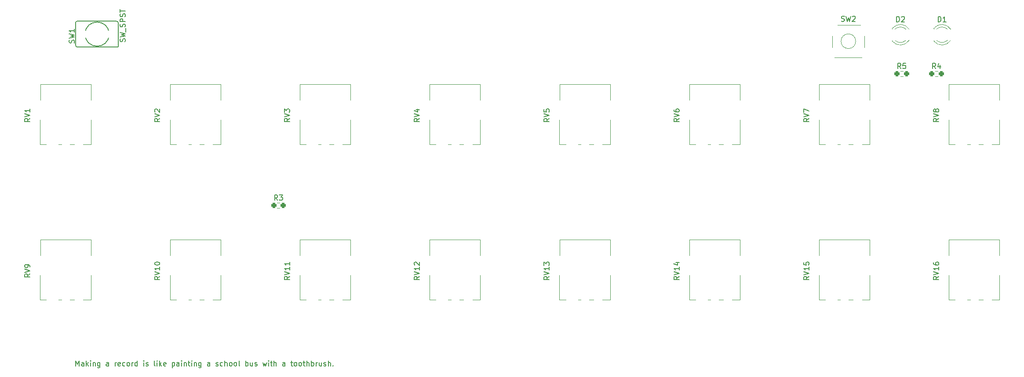
<source format=gto>
G04 #@! TF.GenerationSoftware,KiCad,Pcbnew,7.0.10*
G04 #@! TF.CreationDate,2024-02-18T18:56:30+02:00*
G04 #@! TF.ProjectId,Untitled,556e7469-746c-4656-942e-6b696361645f,rev?*
G04 #@! TF.SameCoordinates,Original*
G04 #@! TF.FileFunction,Legend,Top*
G04 #@! TF.FilePolarity,Positive*
%FSLAX46Y46*%
G04 Gerber Fmt 4.6, Leading zero omitted, Abs format (unit mm)*
G04 Created by KiCad (PCBNEW 7.0.10) date 2024-02-18 18:56:30*
%MOMM*%
%LPD*%
G01*
G04 APERTURE LIST*
G04 Aperture macros list*
%AMRoundRect*
0 Rectangle with rounded corners*
0 $1 Rounding radius*
0 $2 $3 $4 $5 $6 $7 $8 $9 X,Y pos of 4 corners*
0 Add a 4 corners polygon primitive as box body*
4,1,4,$2,$3,$4,$5,$6,$7,$8,$9,$2,$3,0*
0 Add four circle primitives for the rounded corners*
1,1,$1+$1,$2,$3*
1,1,$1+$1,$4,$5*
1,1,$1+$1,$6,$7*
1,1,$1+$1,$8,$9*
0 Add four rect primitives between the rounded corners*
20,1,$1+$1,$2,$3,$4,$5,0*
20,1,$1+$1,$4,$5,$6,$7,0*
20,1,$1+$1,$6,$7,$8,$9,0*
20,1,$1+$1,$8,$9,$2,$3,0*%
G04 Aperture macros list end*
%ADD10C,0.150000*%
%ADD11C,0.120000*%
%ADD12C,0.127000*%
%ADD13O,1.200000X2.200000*%
%ADD14O,2.200000X1.200000*%
%ADD15C,1.200000*%
%ADD16C,1.700000*%
%ADD17R,1.700000X1.700000*%
%ADD18C,1.651000*%
%ADD19C,3.240000*%
%ADD20R,1.800000X1.800000*%
%ADD21C,1.800000*%
%ADD22RoundRect,0.237500X-0.250000X-0.237500X0.250000X-0.237500X0.250000X0.237500X-0.250000X0.237500X0*%
%ADD23O,1.700000X1.700000*%
%ADD24R,1.600000X1.600000*%
%ADD25C,1.600000*%
G04 APERTURE END LIST*
D10*
X64471779Y-119884819D02*
X64471779Y-118884819D01*
X64471779Y-118884819D02*
X64805112Y-119599104D01*
X64805112Y-119599104D02*
X65138445Y-118884819D01*
X65138445Y-118884819D02*
X65138445Y-119884819D01*
X66043207Y-119884819D02*
X66043207Y-119361009D01*
X66043207Y-119361009D02*
X65995588Y-119265771D01*
X65995588Y-119265771D02*
X65900350Y-119218152D01*
X65900350Y-119218152D02*
X65709874Y-119218152D01*
X65709874Y-119218152D02*
X65614636Y-119265771D01*
X66043207Y-119837200D02*
X65947969Y-119884819D01*
X65947969Y-119884819D02*
X65709874Y-119884819D01*
X65709874Y-119884819D02*
X65614636Y-119837200D01*
X65614636Y-119837200D02*
X65567017Y-119741961D01*
X65567017Y-119741961D02*
X65567017Y-119646723D01*
X65567017Y-119646723D02*
X65614636Y-119551485D01*
X65614636Y-119551485D02*
X65709874Y-119503866D01*
X65709874Y-119503866D02*
X65947969Y-119503866D01*
X65947969Y-119503866D02*
X66043207Y-119456247D01*
X66519398Y-119884819D02*
X66519398Y-118884819D01*
X66614636Y-119503866D02*
X66900350Y-119884819D01*
X66900350Y-119218152D02*
X66519398Y-119599104D01*
X67328922Y-119884819D02*
X67328922Y-119218152D01*
X67328922Y-118884819D02*
X67281303Y-118932438D01*
X67281303Y-118932438D02*
X67328922Y-118980057D01*
X67328922Y-118980057D02*
X67376541Y-118932438D01*
X67376541Y-118932438D02*
X67328922Y-118884819D01*
X67328922Y-118884819D02*
X67328922Y-118980057D01*
X67805112Y-119218152D02*
X67805112Y-119884819D01*
X67805112Y-119313390D02*
X67852731Y-119265771D01*
X67852731Y-119265771D02*
X67947969Y-119218152D01*
X67947969Y-119218152D02*
X68090826Y-119218152D01*
X68090826Y-119218152D02*
X68186064Y-119265771D01*
X68186064Y-119265771D02*
X68233683Y-119361009D01*
X68233683Y-119361009D02*
X68233683Y-119884819D01*
X69138445Y-119218152D02*
X69138445Y-120027676D01*
X69138445Y-120027676D02*
X69090826Y-120122914D01*
X69090826Y-120122914D02*
X69043207Y-120170533D01*
X69043207Y-120170533D02*
X68947969Y-120218152D01*
X68947969Y-120218152D02*
X68805112Y-120218152D01*
X68805112Y-120218152D02*
X68709874Y-120170533D01*
X69138445Y-119837200D02*
X69043207Y-119884819D01*
X69043207Y-119884819D02*
X68852731Y-119884819D01*
X68852731Y-119884819D02*
X68757493Y-119837200D01*
X68757493Y-119837200D02*
X68709874Y-119789580D01*
X68709874Y-119789580D02*
X68662255Y-119694342D01*
X68662255Y-119694342D02*
X68662255Y-119408628D01*
X68662255Y-119408628D02*
X68709874Y-119313390D01*
X68709874Y-119313390D02*
X68757493Y-119265771D01*
X68757493Y-119265771D02*
X68852731Y-119218152D01*
X68852731Y-119218152D02*
X69043207Y-119218152D01*
X69043207Y-119218152D02*
X69138445Y-119265771D01*
X70805112Y-119884819D02*
X70805112Y-119361009D01*
X70805112Y-119361009D02*
X70757493Y-119265771D01*
X70757493Y-119265771D02*
X70662255Y-119218152D01*
X70662255Y-119218152D02*
X70471779Y-119218152D01*
X70471779Y-119218152D02*
X70376541Y-119265771D01*
X70805112Y-119837200D02*
X70709874Y-119884819D01*
X70709874Y-119884819D02*
X70471779Y-119884819D01*
X70471779Y-119884819D02*
X70376541Y-119837200D01*
X70376541Y-119837200D02*
X70328922Y-119741961D01*
X70328922Y-119741961D02*
X70328922Y-119646723D01*
X70328922Y-119646723D02*
X70376541Y-119551485D01*
X70376541Y-119551485D02*
X70471779Y-119503866D01*
X70471779Y-119503866D02*
X70709874Y-119503866D01*
X70709874Y-119503866D02*
X70805112Y-119456247D01*
X72043208Y-119884819D02*
X72043208Y-119218152D01*
X72043208Y-119408628D02*
X72090827Y-119313390D01*
X72090827Y-119313390D02*
X72138446Y-119265771D01*
X72138446Y-119265771D02*
X72233684Y-119218152D01*
X72233684Y-119218152D02*
X72328922Y-119218152D01*
X73043208Y-119837200D02*
X72947970Y-119884819D01*
X72947970Y-119884819D02*
X72757494Y-119884819D01*
X72757494Y-119884819D02*
X72662256Y-119837200D01*
X72662256Y-119837200D02*
X72614637Y-119741961D01*
X72614637Y-119741961D02*
X72614637Y-119361009D01*
X72614637Y-119361009D02*
X72662256Y-119265771D01*
X72662256Y-119265771D02*
X72757494Y-119218152D01*
X72757494Y-119218152D02*
X72947970Y-119218152D01*
X72947970Y-119218152D02*
X73043208Y-119265771D01*
X73043208Y-119265771D02*
X73090827Y-119361009D01*
X73090827Y-119361009D02*
X73090827Y-119456247D01*
X73090827Y-119456247D02*
X72614637Y-119551485D01*
X73947970Y-119837200D02*
X73852732Y-119884819D01*
X73852732Y-119884819D02*
X73662256Y-119884819D01*
X73662256Y-119884819D02*
X73567018Y-119837200D01*
X73567018Y-119837200D02*
X73519399Y-119789580D01*
X73519399Y-119789580D02*
X73471780Y-119694342D01*
X73471780Y-119694342D02*
X73471780Y-119408628D01*
X73471780Y-119408628D02*
X73519399Y-119313390D01*
X73519399Y-119313390D02*
X73567018Y-119265771D01*
X73567018Y-119265771D02*
X73662256Y-119218152D01*
X73662256Y-119218152D02*
X73852732Y-119218152D01*
X73852732Y-119218152D02*
X73947970Y-119265771D01*
X74519399Y-119884819D02*
X74424161Y-119837200D01*
X74424161Y-119837200D02*
X74376542Y-119789580D01*
X74376542Y-119789580D02*
X74328923Y-119694342D01*
X74328923Y-119694342D02*
X74328923Y-119408628D01*
X74328923Y-119408628D02*
X74376542Y-119313390D01*
X74376542Y-119313390D02*
X74424161Y-119265771D01*
X74424161Y-119265771D02*
X74519399Y-119218152D01*
X74519399Y-119218152D02*
X74662256Y-119218152D01*
X74662256Y-119218152D02*
X74757494Y-119265771D01*
X74757494Y-119265771D02*
X74805113Y-119313390D01*
X74805113Y-119313390D02*
X74852732Y-119408628D01*
X74852732Y-119408628D02*
X74852732Y-119694342D01*
X74852732Y-119694342D02*
X74805113Y-119789580D01*
X74805113Y-119789580D02*
X74757494Y-119837200D01*
X74757494Y-119837200D02*
X74662256Y-119884819D01*
X74662256Y-119884819D02*
X74519399Y-119884819D01*
X75281304Y-119884819D02*
X75281304Y-119218152D01*
X75281304Y-119408628D02*
X75328923Y-119313390D01*
X75328923Y-119313390D02*
X75376542Y-119265771D01*
X75376542Y-119265771D02*
X75471780Y-119218152D01*
X75471780Y-119218152D02*
X75567018Y-119218152D01*
X76328923Y-119884819D02*
X76328923Y-118884819D01*
X76328923Y-119837200D02*
X76233685Y-119884819D01*
X76233685Y-119884819D02*
X76043209Y-119884819D01*
X76043209Y-119884819D02*
X75947971Y-119837200D01*
X75947971Y-119837200D02*
X75900352Y-119789580D01*
X75900352Y-119789580D02*
X75852733Y-119694342D01*
X75852733Y-119694342D02*
X75852733Y-119408628D01*
X75852733Y-119408628D02*
X75900352Y-119313390D01*
X75900352Y-119313390D02*
X75947971Y-119265771D01*
X75947971Y-119265771D02*
X76043209Y-119218152D01*
X76043209Y-119218152D02*
X76233685Y-119218152D01*
X76233685Y-119218152D02*
X76328923Y-119265771D01*
X77567019Y-119884819D02*
X77567019Y-119218152D01*
X77567019Y-118884819D02*
X77519400Y-118932438D01*
X77519400Y-118932438D02*
X77567019Y-118980057D01*
X77567019Y-118980057D02*
X77614638Y-118932438D01*
X77614638Y-118932438D02*
X77567019Y-118884819D01*
X77567019Y-118884819D02*
X77567019Y-118980057D01*
X77995590Y-119837200D02*
X78090828Y-119884819D01*
X78090828Y-119884819D02*
X78281304Y-119884819D01*
X78281304Y-119884819D02*
X78376542Y-119837200D01*
X78376542Y-119837200D02*
X78424161Y-119741961D01*
X78424161Y-119741961D02*
X78424161Y-119694342D01*
X78424161Y-119694342D02*
X78376542Y-119599104D01*
X78376542Y-119599104D02*
X78281304Y-119551485D01*
X78281304Y-119551485D02*
X78138447Y-119551485D01*
X78138447Y-119551485D02*
X78043209Y-119503866D01*
X78043209Y-119503866D02*
X77995590Y-119408628D01*
X77995590Y-119408628D02*
X77995590Y-119361009D01*
X77995590Y-119361009D02*
X78043209Y-119265771D01*
X78043209Y-119265771D02*
X78138447Y-119218152D01*
X78138447Y-119218152D02*
X78281304Y-119218152D01*
X78281304Y-119218152D02*
X78376542Y-119265771D01*
X79757495Y-119884819D02*
X79662257Y-119837200D01*
X79662257Y-119837200D02*
X79614638Y-119741961D01*
X79614638Y-119741961D02*
X79614638Y-118884819D01*
X80138448Y-119884819D02*
X80138448Y-119218152D01*
X80138448Y-118884819D02*
X80090829Y-118932438D01*
X80090829Y-118932438D02*
X80138448Y-118980057D01*
X80138448Y-118980057D02*
X80186067Y-118932438D01*
X80186067Y-118932438D02*
X80138448Y-118884819D01*
X80138448Y-118884819D02*
X80138448Y-118980057D01*
X80614638Y-119884819D02*
X80614638Y-118884819D01*
X80709876Y-119503866D02*
X80995590Y-119884819D01*
X80995590Y-119218152D02*
X80614638Y-119599104D01*
X81805114Y-119837200D02*
X81709876Y-119884819D01*
X81709876Y-119884819D02*
X81519400Y-119884819D01*
X81519400Y-119884819D02*
X81424162Y-119837200D01*
X81424162Y-119837200D02*
X81376543Y-119741961D01*
X81376543Y-119741961D02*
X81376543Y-119361009D01*
X81376543Y-119361009D02*
X81424162Y-119265771D01*
X81424162Y-119265771D02*
X81519400Y-119218152D01*
X81519400Y-119218152D02*
X81709876Y-119218152D01*
X81709876Y-119218152D02*
X81805114Y-119265771D01*
X81805114Y-119265771D02*
X81852733Y-119361009D01*
X81852733Y-119361009D02*
X81852733Y-119456247D01*
X81852733Y-119456247D02*
X81376543Y-119551485D01*
X83043210Y-119218152D02*
X83043210Y-120218152D01*
X83043210Y-119265771D02*
X83138448Y-119218152D01*
X83138448Y-119218152D02*
X83328924Y-119218152D01*
X83328924Y-119218152D02*
X83424162Y-119265771D01*
X83424162Y-119265771D02*
X83471781Y-119313390D01*
X83471781Y-119313390D02*
X83519400Y-119408628D01*
X83519400Y-119408628D02*
X83519400Y-119694342D01*
X83519400Y-119694342D02*
X83471781Y-119789580D01*
X83471781Y-119789580D02*
X83424162Y-119837200D01*
X83424162Y-119837200D02*
X83328924Y-119884819D01*
X83328924Y-119884819D02*
X83138448Y-119884819D01*
X83138448Y-119884819D02*
X83043210Y-119837200D01*
X84376543Y-119884819D02*
X84376543Y-119361009D01*
X84376543Y-119361009D02*
X84328924Y-119265771D01*
X84328924Y-119265771D02*
X84233686Y-119218152D01*
X84233686Y-119218152D02*
X84043210Y-119218152D01*
X84043210Y-119218152D02*
X83947972Y-119265771D01*
X84376543Y-119837200D02*
X84281305Y-119884819D01*
X84281305Y-119884819D02*
X84043210Y-119884819D01*
X84043210Y-119884819D02*
X83947972Y-119837200D01*
X83947972Y-119837200D02*
X83900353Y-119741961D01*
X83900353Y-119741961D02*
X83900353Y-119646723D01*
X83900353Y-119646723D02*
X83947972Y-119551485D01*
X83947972Y-119551485D02*
X84043210Y-119503866D01*
X84043210Y-119503866D02*
X84281305Y-119503866D01*
X84281305Y-119503866D02*
X84376543Y-119456247D01*
X84852734Y-119884819D02*
X84852734Y-119218152D01*
X84852734Y-118884819D02*
X84805115Y-118932438D01*
X84805115Y-118932438D02*
X84852734Y-118980057D01*
X84852734Y-118980057D02*
X84900353Y-118932438D01*
X84900353Y-118932438D02*
X84852734Y-118884819D01*
X84852734Y-118884819D02*
X84852734Y-118980057D01*
X85328924Y-119218152D02*
X85328924Y-119884819D01*
X85328924Y-119313390D02*
X85376543Y-119265771D01*
X85376543Y-119265771D02*
X85471781Y-119218152D01*
X85471781Y-119218152D02*
X85614638Y-119218152D01*
X85614638Y-119218152D02*
X85709876Y-119265771D01*
X85709876Y-119265771D02*
X85757495Y-119361009D01*
X85757495Y-119361009D02*
X85757495Y-119884819D01*
X86090829Y-119218152D02*
X86471781Y-119218152D01*
X86233686Y-118884819D02*
X86233686Y-119741961D01*
X86233686Y-119741961D02*
X86281305Y-119837200D01*
X86281305Y-119837200D02*
X86376543Y-119884819D01*
X86376543Y-119884819D02*
X86471781Y-119884819D01*
X86805115Y-119884819D02*
X86805115Y-119218152D01*
X86805115Y-118884819D02*
X86757496Y-118932438D01*
X86757496Y-118932438D02*
X86805115Y-118980057D01*
X86805115Y-118980057D02*
X86852734Y-118932438D01*
X86852734Y-118932438D02*
X86805115Y-118884819D01*
X86805115Y-118884819D02*
X86805115Y-118980057D01*
X87281305Y-119218152D02*
X87281305Y-119884819D01*
X87281305Y-119313390D02*
X87328924Y-119265771D01*
X87328924Y-119265771D02*
X87424162Y-119218152D01*
X87424162Y-119218152D02*
X87567019Y-119218152D01*
X87567019Y-119218152D02*
X87662257Y-119265771D01*
X87662257Y-119265771D02*
X87709876Y-119361009D01*
X87709876Y-119361009D02*
X87709876Y-119884819D01*
X88614638Y-119218152D02*
X88614638Y-120027676D01*
X88614638Y-120027676D02*
X88567019Y-120122914D01*
X88567019Y-120122914D02*
X88519400Y-120170533D01*
X88519400Y-120170533D02*
X88424162Y-120218152D01*
X88424162Y-120218152D02*
X88281305Y-120218152D01*
X88281305Y-120218152D02*
X88186067Y-120170533D01*
X88614638Y-119837200D02*
X88519400Y-119884819D01*
X88519400Y-119884819D02*
X88328924Y-119884819D01*
X88328924Y-119884819D02*
X88233686Y-119837200D01*
X88233686Y-119837200D02*
X88186067Y-119789580D01*
X88186067Y-119789580D02*
X88138448Y-119694342D01*
X88138448Y-119694342D02*
X88138448Y-119408628D01*
X88138448Y-119408628D02*
X88186067Y-119313390D01*
X88186067Y-119313390D02*
X88233686Y-119265771D01*
X88233686Y-119265771D02*
X88328924Y-119218152D01*
X88328924Y-119218152D02*
X88519400Y-119218152D01*
X88519400Y-119218152D02*
X88614638Y-119265771D01*
X90281305Y-119884819D02*
X90281305Y-119361009D01*
X90281305Y-119361009D02*
X90233686Y-119265771D01*
X90233686Y-119265771D02*
X90138448Y-119218152D01*
X90138448Y-119218152D02*
X89947972Y-119218152D01*
X89947972Y-119218152D02*
X89852734Y-119265771D01*
X90281305Y-119837200D02*
X90186067Y-119884819D01*
X90186067Y-119884819D02*
X89947972Y-119884819D01*
X89947972Y-119884819D02*
X89852734Y-119837200D01*
X89852734Y-119837200D02*
X89805115Y-119741961D01*
X89805115Y-119741961D02*
X89805115Y-119646723D01*
X89805115Y-119646723D02*
X89852734Y-119551485D01*
X89852734Y-119551485D02*
X89947972Y-119503866D01*
X89947972Y-119503866D02*
X90186067Y-119503866D01*
X90186067Y-119503866D02*
X90281305Y-119456247D01*
X91471782Y-119837200D02*
X91567020Y-119884819D01*
X91567020Y-119884819D02*
X91757496Y-119884819D01*
X91757496Y-119884819D02*
X91852734Y-119837200D01*
X91852734Y-119837200D02*
X91900353Y-119741961D01*
X91900353Y-119741961D02*
X91900353Y-119694342D01*
X91900353Y-119694342D02*
X91852734Y-119599104D01*
X91852734Y-119599104D02*
X91757496Y-119551485D01*
X91757496Y-119551485D02*
X91614639Y-119551485D01*
X91614639Y-119551485D02*
X91519401Y-119503866D01*
X91519401Y-119503866D02*
X91471782Y-119408628D01*
X91471782Y-119408628D02*
X91471782Y-119361009D01*
X91471782Y-119361009D02*
X91519401Y-119265771D01*
X91519401Y-119265771D02*
X91614639Y-119218152D01*
X91614639Y-119218152D02*
X91757496Y-119218152D01*
X91757496Y-119218152D02*
X91852734Y-119265771D01*
X92757496Y-119837200D02*
X92662258Y-119884819D01*
X92662258Y-119884819D02*
X92471782Y-119884819D01*
X92471782Y-119884819D02*
X92376544Y-119837200D01*
X92376544Y-119837200D02*
X92328925Y-119789580D01*
X92328925Y-119789580D02*
X92281306Y-119694342D01*
X92281306Y-119694342D02*
X92281306Y-119408628D01*
X92281306Y-119408628D02*
X92328925Y-119313390D01*
X92328925Y-119313390D02*
X92376544Y-119265771D01*
X92376544Y-119265771D02*
X92471782Y-119218152D01*
X92471782Y-119218152D02*
X92662258Y-119218152D01*
X92662258Y-119218152D02*
X92757496Y-119265771D01*
X93186068Y-119884819D02*
X93186068Y-118884819D01*
X93614639Y-119884819D02*
X93614639Y-119361009D01*
X93614639Y-119361009D02*
X93567020Y-119265771D01*
X93567020Y-119265771D02*
X93471782Y-119218152D01*
X93471782Y-119218152D02*
X93328925Y-119218152D01*
X93328925Y-119218152D02*
X93233687Y-119265771D01*
X93233687Y-119265771D02*
X93186068Y-119313390D01*
X94233687Y-119884819D02*
X94138449Y-119837200D01*
X94138449Y-119837200D02*
X94090830Y-119789580D01*
X94090830Y-119789580D02*
X94043211Y-119694342D01*
X94043211Y-119694342D02*
X94043211Y-119408628D01*
X94043211Y-119408628D02*
X94090830Y-119313390D01*
X94090830Y-119313390D02*
X94138449Y-119265771D01*
X94138449Y-119265771D02*
X94233687Y-119218152D01*
X94233687Y-119218152D02*
X94376544Y-119218152D01*
X94376544Y-119218152D02*
X94471782Y-119265771D01*
X94471782Y-119265771D02*
X94519401Y-119313390D01*
X94519401Y-119313390D02*
X94567020Y-119408628D01*
X94567020Y-119408628D02*
X94567020Y-119694342D01*
X94567020Y-119694342D02*
X94519401Y-119789580D01*
X94519401Y-119789580D02*
X94471782Y-119837200D01*
X94471782Y-119837200D02*
X94376544Y-119884819D01*
X94376544Y-119884819D02*
X94233687Y-119884819D01*
X95138449Y-119884819D02*
X95043211Y-119837200D01*
X95043211Y-119837200D02*
X94995592Y-119789580D01*
X94995592Y-119789580D02*
X94947973Y-119694342D01*
X94947973Y-119694342D02*
X94947973Y-119408628D01*
X94947973Y-119408628D02*
X94995592Y-119313390D01*
X94995592Y-119313390D02*
X95043211Y-119265771D01*
X95043211Y-119265771D02*
X95138449Y-119218152D01*
X95138449Y-119218152D02*
X95281306Y-119218152D01*
X95281306Y-119218152D02*
X95376544Y-119265771D01*
X95376544Y-119265771D02*
X95424163Y-119313390D01*
X95424163Y-119313390D02*
X95471782Y-119408628D01*
X95471782Y-119408628D02*
X95471782Y-119694342D01*
X95471782Y-119694342D02*
X95424163Y-119789580D01*
X95424163Y-119789580D02*
X95376544Y-119837200D01*
X95376544Y-119837200D02*
X95281306Y-119884819D01*
X95281306Y-119884819D02*
X95138449Y-119884819D01*
X96043211Y-119884819D02*
X95947973Y-119837200D01*
X95947973Y-119837200D02*
X95900354Y-119741961D01*
X95900354Y-119741961D02*
X95900354Y-118884819D01*
X97186069Y-119884819D02*
X97186069Y-118884819D01*
X97186069Y-119265771D02*
X97281307Y-119218152D01*
X97281307Y-119218152D02*
X97471783Y-119218152D01*
X97471783Y-119218152D02*
X97567021Y-119265771D01*
X97567021Y-119265771D02*
X97614640Y-119313390D01*
X97614640Y-119313390D02*
X97662259Y-119408628D01*
X97662259Y-119408628D02*
X97662259Y-119694342D01*
X97662259Y-119694342D02*
X97614640Y-119789580D01*
X97614640Y-119789580D02*
X97567021Y-119837200D01*
X97567021Y-119837200D02*
X97471783Y-119884819D01*
X97471783Y-119884819D02*
X97281307Y-119884819D01*
X97281307Y-119884819D02*
X97186069Y-119837200D01*
X98519402Y-119218152D02*
X98519402Y-119884819D01*
X98090831Y-119218152D02*
X98090831Y-119741961D01*
X98090831Y-119741961D02*
X98138450Y-119837200D01*
X98138450Y-119837200D02*
X98233688Y-119884819D01*
X98233688Y-119884819D02*
X98376545Y-119884819D01*
X98376545Y-119884819D02*
X98471783Y-119837200D01*
X98471783Y-119837200D02*
X98519402Y-119789580D01*
X98947974Y-119837200D02*
X99043212Y-119884819D01*
X99043212Y-119884819D02*
X99233688Y-119884819D01*
X99233688Y-119884819D02*
X99328926Y-119837200D01*
X99328926Y-119837200D02*
X99376545Y-119741961D01*
X99376545Y-119741961D02*
X99376545Y-119694342D01*
X99376545Y-119694342D02*
X99328926Y-119599104D01*
X99328926Y-119599104D02*
X99233688Y-119551485D01*
X99233688Y-119551485D02*
X99090831Y-119551485D01*
X99090831Y-119551485D02*
X98995593Y-119503866D01*
X98995593Y-119503866D02*
X98947974Y-119408628D01*
X98947974Y-119408628D02*
X98947974Y-119361009D01*
X98947974Y-119361009D02*
X98995593Y-119265771D01*
X98995593Y-119265771D02*
X99090831Y-119218152D01*
X99090831Y-119218152D02*
X99233688Y-119218152D01*
X99233688Y-119218152D02*
X99328926Y-119265771D01*
X100471784Y-119218152D02*
X100662260Y-119884819D01*
X100662260Y-119884819D02*
X100852736Y-119408628D01*
X100852736Y-119408628D02*
X101043212Y-119884819D01*
X101043212Y-119884819D02*
X101233688Y-119218152D01*
X101614641Y-119884819D02*
X101614641Y-119218152D01*
X101614641Y-118884819D02*
X101567022Y-118932438D01*
X101567022Y-118932438D02*
X101614641Y-118980057D01*
X101614641Y-118980057D02*
X101662260Y-118932438D01*
X101662260Y-118932438D02*
X101614641Y-118884819D01*
X101614641Y-118884819D02*
X101614641Y-118980057D01*
X101947974Y-119218152D02*
X102328926Y-119218152D01*
X102090831Y-118884819D02*
X102090831Y-119741961D01*
X102090831Y-119741961D02*
X102138450Y-119837200D01*
X102138450Y-119837200D02*
X102233688Y-119884819D01*
X102233688Y-119884819D02*
X102328926Y-119884819D01*
X102662260Y-119884819D02*
X102662260Y-118884819D01*
X103090831Y-119884819D02*
X103090831Y-119361009D01*
X103090831Y-119361009D02*
X103043212Y-119265771D01*
X103043212Y-119265771D02*
X102947974Y-119218152D01*
X102947974Y-119218152D02*
X102805117Y-119218152D01*
X102805117Y-119218152D02*
X102709879Y-119265771D01*
X102709879Y-119265771D02*
X102662260Y-119313390D01*
X104757498Y-119884819D02*
X104757498Y-119361009D01*
X104757498Y-119361009D02*
X104709879Y-119265771D01*
X104709879Y-119265771D02*
X104614641Y-119218152D01*
X104614641Y-119218152D02*
X104424165Y-119218152D01*
X104424165Y-119218152D02*
X104328927Y-119265771D01*
X104757498Y-119837200D02*
X104662260Y-119884819D01*
X104662260Y-119884819D02*
X104424165Y-119884819D01*
X104424165Y-119884819D02*
X104328927Y-119837200D01*
X104328927Y-119837200D02*
X104281308Y-119741961D01*
X104281308Y-119741961D02*
X104281308Y-119646723D01*
X104281308Y-119646723D02*
X104328927Y-119551485D01*
X104328927Y-119551485D02*
X104424165Y-119503866D01*
X104424165Y-119503866D02*
X104662260Y-119503866D01*
X104662260Y-119503866D02*
X104757498Y-119456247D01*
X105852737Y-119218152D02*
X106233689Y-119218152D01*
X105995594Y-118884819D02*
X105995594Y-119741961D01*
X105995594Y-119741961D02*
X106043213Y-119837200D01*
X106043213Y-119837200D02*
X106138451Y-119884819D01*
X106138451Y-119884819D02*
X106233689Y-119884819D01*
X106709880Y-119884819D02*
X106614642Y-119837200D01*
X106614642Y-119837200D02*
X106567023Y-119789580D01*
X106567023Y-119789580D02*
X106519404Y-119694342D01*
X106519404Y-119694342D02*
X106519404Y-119408628D01*
X106519404Y-119408628D02*
X106567023Y-119313390D01*
X106567023Y-119313390D02*
X106614642Y-119265771D01*
X106614642Y-119265771D02*
X106709880Y-119218152D01*
X106709880Y-119218152D02*
X106852737Y-119218152D01*
X106852737Y-119218152D02*
X106947975Y-119265771D01*
X106947975Y-119265771D02*
X106995594Y-119313390D01*
X106995594Y-119313390D02*
X107043213Y-119408628D01*
X107043213Y-119408628D02*
X107043213Y-119694342D01*
X107043213Y-119694342D02*
X106995594Y-119789580D01*
X106995594Y-119789580D02*
X106947975Y-119837200D01*
X106947975Y-119837200D02*
X106852737Y-119884819D01*
X106852737Y-119884819D02*
X106709880Y-119884819D01*
X107614642Y-119884819D02*
X107519404Y-119837200D01*
X107519404Y-119837200D02*
X107471785Y-119789580D01*
X107471785Y-119789580D02*
X107424166Y-119694342D01*
X107424166Y-119694342D02*
X107424166Y-119408628D01*
X107424166Y-119408628D02*
X107471785Y-119313390D01*
X107471785Y-119313390D02*
X107519404Y-119265771D01*
X107519404Y-119265771D02*
X107614642Y-119218152D01*
X107614642Y-119218152D02*
X107757499Y-119218152D01*
X107757499Y-119218152D02*
X107852737Y-119265771D01*
X107852737Y-119265771D02*
X107900356Y-119313390D01*
X107900356Y-119313390D02*
X107947975Y-119408628D01*
X107947975Y-119408628D02*
X107947975Y-119694342D01*
X107947975Y-119694342D02*
X107900356Y-119789580D01*
X107900356Y-119789580D02*
X107852737Y-119837200D01*
X107852737Y-119837200D02*
X107757499Y-119884819D01*
X107757499Y-119884819D02*
X107614642Y-119884819D01*
X108233690Y-119218152D02*
X108614642Y-119218152D01*
X108376547Y-118884819D02*
X108376547Y-119741961D01*
X108376547Y-119741961D02*
X108424166Y-119837200D01*
X108424166Y-119837200D02*
X108519404Y-119884819D01*
X108519404Y-119884819D02*
X108614642Y-119884819D01*
X108947976Y-119884819D02*
X108947976Y-118884819D01*
X109376547Y-119884819D02*
X109376547Y-119361009D01*
X109376547Y-119361009D02*
X109328928Y-119265771D01*
X109328928Y-119265771D02*
X109233690Y-119218152D01*
X109233690Y-119218152D02*
X109090833Y-119218152D01*
X109090833Y-119218152D02*
X108995595Y-119265771D01*
X108995595Y-119265771D02*
X108947976Y-119313390D01*
X109852738Y-119884819D02*
X109852738Y-118884819D01*
X109852738Y-119265771D02*
X109947976Y-119218152D01*
X109947976Y-119218152D02*
X110138452Y-119218152D01*
X110138452Y-119218152D02*
X110233690Y-119265771D01*
X110233690Y-119265771D02*
X110281309Y-119313390D01*
X110281309Y-119313390D02*
X110328928Y-119408628D01*
X110328928Y-119408628D02*
X110328928Y-119694342D01*
X110328928Y-119694342D02*
X110281309Y-119789580D01*
X110281309Y-119789580D02*
X110233690Y-119837200D01*
X110233690Y-119837200D02*
X110138452Y-119884819D01*
X110138452Y-119884819D02*
X109947976Y-119884819D01*
X109947976Y-119884819D02*
X109852738Y-119837200D01*
X110757500Y-119884819D02*
X110757500Y-119218152D01*
X110757500Y-119408628D02*
X110805119Y-119313390D01*
X110805119Y-119313390D02*
X110852738Y-119265771D01*
X110852738Y-119265771D02*
X110947976Y-119218152D01*
X110947976Y-119218152D02*
X111043214Y-119218152D01*
X111805119Y-119218152D02*
X111805119Y-119884819D01*
X111376548Y-119218152D02*
X111376548Y-119741961D01*
X111376548Y-119741961D02*
X111424167Y-119837200D01*
X111424167Y-119837200D02*
X111519405Y-119884819D01*
X111519405Y-119884819D02*
X111662262Y-119884819D01*
X111662262Y-119884819D02*
X111757500Y-119837200D01*
X111757500Y-119837200D02*
X111805119Y-119789580D01*
X112233691Y-119837200D02*
X112328929Y-119884819D01*
X112328929Y-119884819D02*
X112519405Y-119884819D01*
X112519405Y-119884819D02*
X112614643Y-119837200D01*
X112614643Y-119837200D02*
X112662262Y-119741961D01*
X112662262Y-119741961D02*
X112662262Y-119694342D01*
X112662262Y-119694342D02*
X112614643Y-119599104D01*
X112614643Y-119599104D02*
X112519405Y-119551485D01*
X112519405Y-119551485D02*
X112376548Y-119551485D01*
X112376548Y-119551485D02*
X112281310Y-119503866D01*
X112281310Y-119503866D02*
X112233691Y-119408628D01*
X112233691Y-119408628D02*
X112233691Y-119361009D01*
X112233691Y-119361009D02*
X112281310Y-119265771D01*
X112281310Y-119265771D02*
X112376548Y-119218152D01*
X112376548Y-119218152D02*
X112519405Y-119218152D01*
X112519405Y-119218152D02*
X112614643Y-119265771D01*
X113090834Y-119884819D02*
X113090834Y-118884819D01*
X113519405Y-119884819D02*
X113519405Y-119361009D01*
X113519405Y-119361009D02*
X113471786Y-119265771D01*
X113471786Y-119265771D02*
X113376548Y-119218152D01*
X113376548Y-119218152D02*
X113233691Y-119218152D01*
X113233691Y-119218152D02*
X113138453Y-119265771D01*
X113138453Y-119265771D02*
X113090834Y-119313390D01*
X113995596Y-119789580D02*
X114043215Y-119837200D01*
X114043215Y-119837200D02*
X113995596Y-119884819D01*
X113995596Y-119884819D02*
X113947977Y-119837200D01*
X113947977Y-119837200D02*
X113995596Y-119789580D01*
X113995596Y-119789580D02*
X113995596Y-119884819D01*
X211916667Y-53357200D02*
X212059524Y-53404819D01*
X212059524Y-53404819D02*
X212297619Y-53404819D01*
X212297619Y-53404819D02*
X212392857Y-53357200D01*
X212392857Y-53357200D02*
X212440476Y-53309580D01*
X212440476Y-53309580D02*
X212488095Y-53214342D01*
X212488095Y-53214342D02*
X212488095Y-53119104D01*
X212488095Y-53119104D02*
X212440476Y-53023866D01*
X212440476Y-53023866D02*
X212392857Y-52976247D01*
X212392857Y-52976247D02*
X212297619Y-52928628D01*
X212297619Y-52928628D02*
X212107143Y-52881009D01*
X212107143Y-52881009D02*
X212011905Y-52833390D01*
X212011905Y-52833390D02*
X211964286Y-52785771D01*
X211964286Y-52785771D02*
X211916667Y-52690533D01*
X211916667Y-52690533D02*
X211916667Y-52595295D01*
X211916667Y-52595295D02*
X211964286Y-52500057D01*
X211964286Y-52500057D02*
X212011905Y-52452438D01*
X212011905Y-52452438D02*
X212107143Y-52404819D01*
X212107143Y-52404819D02*
X212345238Y-52404819D01*
X212345238Y-52404819D02*
X212488095Y-52452438D01*
X212821429Y-52404819D02*
X213059524Y-53404819D01*
X213059524Y-53404819D02*
X213250000Y-52690533D01*
X213250000Y-52690533D02*
X213440476Y-53404819D01*
X213440476Y-53404819D02*
X213678572Y-52404819D01*
X214011905Y-52500057D02*
X214059524Y-52452438D01*
X214059524Y-52452438D02*
X214154762Y-52404819D01*
X214154762Y-52404819D02*
X214392857Y-52404819D01*
X214392857Y-52404819D02*
X214488095Y-52452438D01*
X214488095Y-52452438D02*
X214535714Y-52500057D01*
X214535714Y-52500057D02*
X214583333Y-52595295D01*
X214583333Y-52595295D02*
X214583333Y-52690533D01*
X214583333Y-52690533D02*
X214535714Y-52833390D01*
X214535714Y-52833390D02*
X213964286Y-53404819D01*
X213964286Y-53404819D02*
X214583333Y-53404819D01*
X64152200Y-57570839D02*
X64199819Y-57427982D01*
X64199819Y-57427982D02*
X64199819Y-57189887D01*
X64199819Y-57189887D02*
X64152200Y-57094649D01*
X64152200Y-57094649D02*
X64104580Y-57047030D01*
X64104580Y-57047030D02*
X64009342Y-56999411D01*
X64009342Y-56999411D02*
X63914104Y-56999411D01*
X63914104Y-56999411D02*
X63818866Y-57047030D01*
X63818866Y-57047030D02*
X63771247Y-57094649D01*
X63771247Y-57094649D02*
X63723628Y-57189887D01*
X63723628Y-57189887D02*
X63676009Y-57380363D01*
X63676009Y-57380363D02*
X63628390Y-57475601D01*
X63628390Y-57475601D02*
X63580771Y-57523220D01*
X63580771Y-57523220D02*
X63485533Y-57570839D01*
X63485533Y-57570839D02*
X63390295Y-57570839D01*
X63390295Y-57570839D02*
X63295057Y-57523220D01*
X63295057Y-57523220D02*
X63247438Y-57475601D01*
X63247438Y-57475601D02*
X63199819Y-57380363D01*
X63199819Y-57380363D02*
X63199819Y-57142268D01*
X63199819Y-57142268D02*
X63247438Y-56999411D01*
X63199819Y-56666077D02*
X64199819Y-56427982D01*
X64199819Y-56427982D02*
X63485533Y-56237506D01*
X63485533Y-56237506D02*
X64199819Y-56047030D01*
X64199819Y-56047030D02*
X63199819Y-55808935D01*
X64199819Y-54904173D02*
X64199819Y-55475601D01*
X64199819Y-55189887D02*
X63199819Y-55189887D01*
X63199819Y-55189887D02*
X63342676Y-55285125D01*
X63342676Y-55285125D02*
X63437914Y-55380363D01*
X63437914Y-55380363D02*
X63485533Y-55475601D01*
X73952200Y-57340839D02*
X73999819Y-57197982D01*
X73999819Y-57197982D02*
X73999819Y-56959887D01*
X73999819Y-56959887D02*
X73952200Y-56864649D01*
X73952200Y-56864649D02*
X73904580Y-56817030D01*
X73904580Y-56817030D02*
X73809342Y-56769411D01*
X73809342Y-56769411D02*
X73714104Y-56769411D01*
X73714104Y-56769411D02*
X73618866Y-56817030D01*
X73618866Y-56817030D02*
X73571247Y-56864649D01*
X73571247Y-56864649D02*
X73523628Y-56959887D01*
X73523628Y-56959887D02*
X73476009Y-57150363D01*
X73476009Y-57150363D02*
X73428390Y-57245601D01*
X73428390Y-57245601D02*
X73380771Y-57293220D01*
X73380771Y-57293220D02*
X73285533Y-57340839D01*
X73285533Y-57340839D02*
X73190295Y-57340839D01*
X73190295Y-57340839D02*
X73095057Y-57293220D01*
X73095057Y-57293220D02*
X73047438Y-57245601D01*
X73047438Y-57245601D02*
X72999819Y-57150363D01*
X72999819Y-57150363D02*
X72999819Y-56912268D01*
X72999819Y-56912268D02*
X73047438Y-56769411D01*
X72999819Y-56436077D02*
X73999819Y-56197982D01*
X73999819Y-56197982D02*
X73285533Y-56007506D01*
X73285533Y-56007506D02*
X73999819Y-55817030D01*
X73999819Y-55817030D02*
X72999819Y-55578935D01*
X74095057Y-55436078D02*
X74095057Y-54674173D01*
X73952200Y-54483696D02*
X73999819Y-54340839D01*
X73999819Y-54340839D02*
X73999819Y-54102744D01*
X73999819Y-54102744D02*
X73952200Y-54007506D01*
X73952200Y-54007506D02*
X73904580Y-53959887D01*
X73904580Y-53959887D02*
X73809342Y-53912268D01*
X73809342Y-53912268D02*
X73714104Y-53912268D01*
X73714104Y-53912268D02*
X73618866Y-53959887D01*
X73618866Y-53959887D02*
X73571247Y-54007506D01*
X73571247Y-54007506D02*
X73523628Y-54102744D01*
X73523628Y-54102744D02*
X73476009Y-54293220D01*
X73476009Y-54293220D02*
X73428390Y-54388458D01*
X73428390Y-54388458D02*
X73380771Y-54436077D01*
X73380771Y-54436077D02*
X73285533Y-54483696D01*
X73285533Y-54483696D02*
X73190295Y-54483696D01*
X73190295Y-54483696D02*
X73095057Y-54436077D01*
X73095057Y-54436077D02*
X73047438Y-54388458D01*
X73047438Y-54388458D02*
X72999819Y-54293220D01*
X72999819Y-54293220D02*
X72999819Y-54055125D01*
X72999819Y-54055125D02*
X73047438Y-53912268D01*
X73999819Y-53483696D02*
X72999819Y-53483696D01*
X72999819Y-53483696D02*
X72999819Y-53102744D01*
X72999819Y-53102744D02*
X73047438Y-53007506D01*
X73047438Y-53007506D02*
X73095057Y-52959887D01*
X73095057Y-52959887D02*
X73190295Y-52912268D01*
X73190295Y-52912268D02*
X73333152Y-52912268D01*
X73333152Y-52912268D02*
X73428390Y-52959887D01*
X73428390Y-52959887D02*
X73476009Y-53007506D01*
X73476009Y-53007506D02*
X73523628Y-53102744D01*
X73523628Y-53102744D02*
X73523628Y-53483696D01*
X73952200Y-52531315D02*
X73999819Y-52388458D01*
X73999819Y-52388458D02*
X73999819Y-52150363D01*
X73999819Y-52150363D02*
X73952200Y-52055125D01*
X73952200Y-52055125D02*
X73904580Y-52007506D01*
X73904580Y-52007506D02*
X73809342Y-51959887D01*
X73809342Y-51959887D02*
X73714104Y-51959887D01*
X73714104Y-51959887D02*
X73618866Y-52007506D01*
X73618866Y-52007506D02*
X73571247Y-52055125D01*
X73571247Y-52055125D02*
X73523628Y-52150363D01*
X73523628Y-52150363D02*
X73476009Y-52340839D01*
X73476009Y-52340839D02*
X73428390Y-52436077D01*
X73428390Y-52436077D02*
X73380771Y-52483696D01*
X73380771Y-52483696D02*
X73285533Y-52531315D01*
X73285533Y-52531315D02*
X73190295Y-52531315D01*
X73190295Y-52531315D02*
X73095057Y-52483696D01*
X73095057Y-52483696D02*
X73047438Y-52436077D01*
X73047438Y-52436077D02*
X72999819Y-52340839D01*
X72999819Y-52340839D02*
X72999819Y-52102744D01*
X72999819Y-52102744D02*
X73047438Y-51959887D01*
X72999819Y-51674172D02*
X72999819Y-51102744D01*
X73999819Y-51388458D02*
X72999819Y-51388458D01*
X230654819Y-102621428D02*
X230178628Y-102954761D01*
X230654819Y-103192856D02*
X229654819Y-103192856D01*
X229654819Y-103192856D02*
X229654819Y-102811904D01*
X229654819Y-102811904D02*
X229702438Y-102716666D01*
X229702438Y-102716666D02*
X229750057Y-102669047D01*
X229750057Y-102669047D02*
X229845295Y-102621428D01*
X229845295Y-102621428D02*
X229988152Y-102621428D01*
X229988152Y-102621428D02*
X230083390Y-102669047D01*
X230083390Y-102669047D02*
X230131009Y-102716666D01*
X230131009Y-102716666D02*
X230178628Y-102811904D01*
X230178628Y-102811904D02*
X230178628Y-103192856D01*
X229654819Y-102335713D02*
X230654819Y-102002380D01*
X230654819Y-102002380D02*
X229654819Y-101669047D01*
X230654819Y-100811904D02*
X230654819Y-101383332D01*
X230654819Y-101097618D02*
X229654819Y-101097618D01*
X229654819Y-101097618D02*
X229797676Y-101192856D01*
X229797676Y-101192856D02*
X229892914Y-101288094D01*
X229892914Y-101288094D02*
X229940533Y-101383332D01*
X229654819Y-99954761D02*
X229654819Y-100145237D01*
X229654819Y-100145237D02*
X229702438Y-100240475D01*
X229702438Y-100240475D02*
X229750057Y-100288094D01*
X229750057Y-100288094D02*
X229892914Y-100383332D01*
X229892914Y-100383332D02*
X230083390Y-100430951D01*
X230083390Y-100430951D02*
X230464342Y-100430951D01*
X230464342Y-100430951D02*
X230559580Y-100383332D01*
X230559580Y-100383332D02*
X230607200Y-100335713D01*
X230607200Y-100335713D02*
X230654819Y-100240475D01*
X230654819Y-100240475D02*
X230654819Y-100049999D01*
X230654819Y-100049999D02*
X230607200Y-99954761D01*
X230607200Y-99954761D02*
X230559580Y-99907142D01*
X230559580Y-99907142D02*
X230464342Y-99859523D01*
X230464342Y-99859523D02*
X230226247Y-99859523D01*
X230226247Y-99859523D02*
X230131009Y-99907142D01*
X230131009Y-99907142D02*
X230083390Y-99954761D01*
X230083390Y-99954761D02*
X230035771Y-100049999D01*
X230035771Y-100049999D02*
X230035771Y-100240475D01*
X230035771Y-100240475D02*
X230083390Y-100335713D01*
X230083390Y-100335713D02*
X230131009Y-100383332D01*
X230131009Y-100383332D02*
X230226247Y-100430951D01*
X205654819Y-102621428D02*
X205178628Y-102954761D01*
X205654819Y-103192856D02*
X204654819Y-103192856D01*
X204654819Y-103192856D02*
X204654819Y-102811904D01*
X204654819Y-102811904D02*
X204702438Y-102716666D01*
X204702438Y-102716666D02*
X204750057Y-102669047D01*
X204750057Y-102669047D02*
X204845295Y-102621428D01*
X204845295Y-102621428D02*
X204988152Y-102621428D01*
X204988152Y-102621428D02*
X205083390Y-102669047D01*
X205083390Y-102669047D02*
X205131009Y-102716666D01*
X205131009Y-102716666D02*
X205178628Y-102811904D01*
X205178628Y-102811904D02*
X205178628Y-103192856D01*
X204654819Y-102335713D02*
X205654819Y-102002380D01*
X205654819Y-102002380D02*
X204654819Y-101669047D01*
X205654819Y-100811904D02*
X205654819Y-101383332D01*
X205654819Y-101097618D02*
X204654819Y-101097618D01*
X204654819Y-101097618D02*
X204797676Y-101192856D01*
X204797676Y-101192856D02*
X204892914Y-101288094D01*
X204892914Y-101288094D02*
X204940533Y-101383332D01*
X204654819Y-99907142D02*
X204654819Y-100383332D01*
X204654819Y-100383332D02*
X205131009Y-100430951D01*
X205131009Y-100430951D02*
X205083390Y-100383332D01*
X205083390Y-100383332D02*
X205035771Y-100288094D01*
X205035771Y-100288094D02*
X205035771Y-100049999D01*
X205035771Y-100049999D02*
X205083390Y-99954761D01*
X205083390Y-99954761D02*
X205131009Y-99907142D01*
X205131009Y-99907142D02*
X205226247Y-99859523D01*
X205226247Y-99859523D02*
X205464342Y-99859523D01*
X205464342Y-99859523D02*
X205559580Y-99907142D01*
X205559580Y-99907142D02*
X205607200Y-99954761D01*
X205607200Y-99954761D02*
X205654819Y-100049999D01*
X205654819Y-100049999D02*
X205654819Y-100288094D01*
X205654819Y-100288094D02*
X205607200Y-100383332D01*
X205607200Y-100383332D02*
X205559580Y-100430951D01*
X180654819Y-102621428D02*
X180178628Y-102954761D01*
X180654819Y-103192856D02*
X179654819Y-103192856D01*
X179654819Y-103192856D02*
X179654819Y-102811904D01*
X179654819Y-102811904D02*
X179702438Y-102716666D01*
X179702438Y-102716666D02*
X179750057Y-102669047D01*
X179750057Y-102669047D02*
X179845295Y-102621428D01*
X179845295Y-102621428D02*
X179988152Y-102621428D01*
X179988152Y-102621428D02*
X180083390Y-102669047D01*
X180083390Y-102669047D02*
X180131009Y-102716666D01*
X180131009Y-102716666D02*
X180178628Y-102811904D01*
X180178628Y-102811904D02*
X180178628Y-103192856D01*
X179654819Y-102335713D02*
X180654819Y-102002380D01*
X180654819Y-102002380D02*
X179654819Y-101669047D01*
X180654819Y-100811904D02*
X180654819Y-101383332D01*
X180654819Y-101097618D02*
X179654819Y-101097618D01*
X179654819Y-101097618D02*
X179797676Y-101192856D01*
X179797676Y-101192856D02*
X179892914Y-101288094D01*
X179892914Y-101288094D02*
X179940533Y-101383332D01*
X179988152Y-99954761D02*
X180654819Y-99954761D01*
X179607200Y-100192856D02*
X180321485Y-100430951D01*
X180321485Y-100430951D02*
X180321485Y-99811904D01*
X155654819Y-102621428D02*
X155178628Y-102954761D01*
X155654819Y-103192856D02*
X154654819Y-103192856D01*
X154654819Y-103192856D02*
X154654819Y-102811904D01*
X154654819Y-102811904D02*
X154702438Y-102716666D01*
X154702438Y-102716666D02*
X154750057Y-102669047D01*
X154750057Y-102669047D02*
X154845295Y-102621428D01*
X154845295Y-102621428D02*
X154988152Y-102621428D01*
X154988152Y-102621428D02*
X155083390Y-102669047D01*
X155083390Y-102669047D02*
X155131009Y-102716666D01*
X155131009Y-102716666D02*
X155178628Y-102811904D01*
X155178628Y-102811904D02*
X155178628Y-103192856D01*
X154654819Y-102335713D02*
X155654819Y-102002380D01*
X155654819Y-102002380D02*
X154654819Y-101669047D01*
X155654819Y-100811904D02*
X155654819Y-101383332D01*
X155654819Y-101097618D02*
X154654819Y-101097618D01*
X154654819Y-101097618D02*
X154797676Y-101192856D01*
X154797676Y-101192856D02*
X154892914Y-101288094D01*
X154892914Y-101288094D02*
X154940533Y-101383332D01*
X154654819Y-100478570D02*
X154654819Y-99859523D01*
X154654819Y-99859523D02*
X155035771Y-100192856D01*
X155035771Y-100192856D02*
X155035771Y-100049999D01*
X155035771Y-100049999D02*
X155083390Y-99954761D01*
X155083390Y-99954761D02*
X155131009Y-99907142D01*
X155131009Y-99907142D02*
X155226247Y-99859523D01*
X155226247Y-99859523D02*
X155464342Y-99859523D01*
X155464342Y-99859523D02*
X155559580Y-99907142D01*
X155559580Y-99907142D02*
X155607200Y-99954761D01*
X155607200Y-99954761D02*
X155654819Y-100049999D01*
X155654819Y-100049999D02*
X155654819Y-100335713D01*
X155654819Y-100335713D02*
X155607200Y-100430951D01*
X155607200Y-100430951D02*
X155559580Y-100478570D01*
X130654819Y-102621428D02*
X130178628Y-102954761D01*
X130654819Y-103192856D02*
X129654819Y-103192856D01*
X129654819Y-103192856D02*
X129654819Y-102811904D01*
X129654819Y-102811904D02*
X129702438Y-102716666D01*
X129702438Y-102716666D02*
X129750057Y-102669047D01*
X129750057Y-102669047D02*
X129845295Y-102621428D01*
X129845295Y-102621428D02*
X129988152Y-102621428D01*
X129988152Y-102621428D02*
X130083390Y-102669047D01*
X130083390Y-102669047D02*
X130131009Y-102716666D01*
X130131009Y-102716666D02*
X130178628Y-102811904D01*
X130178628Y-102811904D02*
X130178628Y-103192856D01*
X129654819Y-102335713D02*
X130654819Y-102002380D01*
X130654819Y-102002380D02*
X129654819Y-101669047D01*
X130654819Y-100811904D02*
X130654819Y-101383332D01*
X130654819Y-101097618D02*
X129654819Y-101097618D01*
X129654819Y-101097618D02*
X129797676Y-101192856D01*
X129797676Y-101192856D02*
X129892914Y-101288094D01*
X129892914Y-101288094D02*
X129940533Y-101383332D01*
X129750057Y-100430951D02*
X129702438Y-100383332D01*
X129702438Y-100383332D02*
X129654819Y-100288094D01*
X129654819Y-100288094D02*
X129654819Y-100049999D01*
X129654819Y-100049999D02*
X129702438Y-99954761D01*
X129702438Y-99954761D02*
X129750057Y-99907142D01*
X129750057Y-99907142D02*
X129845295Y-99859523D01*
X129845295Y-99859523D02*
X129940533Y-99859523D01*
X129940533Y-99859523D02*
X130083390Y-99907142D01*
X130083390Y-99907142D02*
X130654819Y-100478570D01*
X130654819Y-100478570D02*
X130654819Y-99859523D01*
X105654819Y-102621428D02*
X105178628Y-102954761D01*
X105654819Y-103192856D02*
X104654819Y-103192856D01*
X104654819Y-103192856D02*
X104654819Y-102811904D01*
X104654819Y-102811904D02*
X104702438Y-102716666D01*
X104702438Y-102716666D02*
X104750057Y-102669047D01*
X104750057Y-102669047D02*
X104845295Y-102621428D01*
X104845295Y-102621428D02*
X104988152Y-102621428D01*
X104988152Y-102621428D02*
X105083390Y-102669047D01*
X105083390Y-102669047D02*
X105131009Y-102716666D01*
X105131009Y-102716666D02*
X105178628Y-102811904D01*
X105178628Y-102811904D02*
X105178628Y-103192856D01*
X104654819Y-102335713D02*
X105654819Y-102002380D01*
X105654819Y-102002380D02*
X104654819Y-101669047D01*
X105654819Y-100811904D02*
X105654819Y-101383332D01*
X105654819Y-101097618D02*
X104654819Y-101097618D01*
X104654819Y-101097618D02*
X104797676Y-101192856D01*
X104797676Y-101192856D02*
X104892914Y-101288094D01*
X104892914Y-101288094D02*
X104940533Y-101383332D01*
X105654819Y-99859523D02*
X105654819Y-100430951D01*
X105654819Y-100145237D02*
X104654819Y-100145237D01*
X104654819Y-100145237D02*
X104797676Y-100240475D01*
X104797676Y-100240475D02*
X104892914Y-100335713D01*
X104892914Y-100335713D02*
X104940533Y-100430951D01*
X80654819Y-102621428D02*
X80178628Y-102954761D01*
X80654819Y-103192856D02*
X79654819Y-103192856D01*
X79654819Y-103192856D02*
X79654819Y-102811904D01*
X79654819Y-102811904D02*
X79702438Y-102716666D01*
X79702438Y-102716666D02*
X79750057Y-102669047D01*
X79750057Y-102669047D02*
X79845295Y-102621428D01*
X79845295Y-102621428D02*
X79988152Y-102621428D01*
X79988152Y-102621428D02*
X80083390Y-102669047D01*
X80083390Y-102669047D02*
X80131009Y-102716666D01*
X80131009Y-102716666D02*
X80178628Y-102811904D01*
X80178628Y-102811904D02*
X80178628Y-103192856D01*
X79654819Y-102335713D02*
X80654819Y-102002380D01*
X80654819Y-102002380D02*
X79654819Y-101669047D01*
X80654819Y-100811904D02*
X80654819Y-101383332D01*
X80654819Y-101097618D02*
X79654819Y-101097618D01*
X79654819Y-101097618D02*
X79797676Y-101192856D01*
X79797676Y-101192856D02*
X79892914Y-101288094D01*
X79892914Y-101288094D02*
X79940533Y-101383332D01*
X79654819Y-100192856D02*
X79654819Y-100097618D01*
X79654819Y-100097618D02*
X79702438Y-100002380D01*
X79702438Y-100002380D02*
X79750057Y-99954761D01*
X79750057Y-99954761D02*
X79845295Y-99907142D01*
X79845295Y-99907142D02*
X80035771Y-99859523D01*
X80035771Y-99859523D02*
X80273866Y-99859523D01*
X80273866Y-99859523D02*
X80464342Y-99907142D01*
X80464342Y-99907142D02*
X80559580Y-99954761D01*
X80559580Y-99954761D02*
X80607200Y-100002380D01*
X80607200Y-100002380D02*
X80654819Y-100097618D01*
X80654819Y-100097618D02*
X80654819Y-100192856D01*
X80654819Y-100192856D02*
X80607200Y-100288094D01*
X80607200Y-100288094D02*
X80559580Y-100335713D01*
X80559580Y-100335713D02*
X80464342Y-100383332D01*
X80464342Y-100383332D02*
X80273866Y-100430951D01*
X80273866Y-100430951D02*
X80035771Y-100430951D01*
X80035771Y-100430951D02*
X79845295Y-100383332D01*
X79845295Y-100383332D02*
X79750057Y-100335713D01*
X79750057Y-100335713D02*
X79702438Y-100288094D01*
X79702438Y-100288094D02*
X79654819Y-100192856D01*
X55654819Y-102145238D02*
X55178628Y-102478571D01*
X55654819Y-102716666D02*
X54654819Y-102716666D01*
X54654819Y-102716666D02*
X54654819Y-102335714D01*
X54654819Y-102335714D02*
X54702438Y-102240476D01*
X54702438Y-102240476D02*
X54750057Y-102192857D01*
X54750057Y-102192857D02*
X54845295Y-102145238D01*
X54845295Y-102145238D02*
X54988152Y-102145238D01*
X54988152Y-102145238D02*
X55083390Y-102192857D01*
X55083390Y-102192857D02*
X55131009Y-102240476D01*
X55131009Y-102240476D02*
X55178628Y-102335714D01*
X55178628Y-102335714D02*
X55178628Y-102716666D01*
X54654819Y-101859523D02*
X55654819Y-101526190D01*
X55654819Y-101526190D02*
X54654819Y-101192857D01*
X55654819Y-100811904D02*
X55654819Y-100621428D01*
X55654819Y-100621428D02*
X55607200Y-100526190D01*
X55607200Y-100526190D02*
X55559580Y-100478571D01*
X55559580Y-100478571D02*
X55416723Y-100383333D01*
X55416723Y-100383333D02*
X55226247Y-100335714D01*
X55226247Y-100335714D02*
X54845295Y-100335714D01*
X54845295Y-100335714D02*
X54750057Y-100383333D01*
X54750057Y-100383333D02*
X54702438Y-100430952D01*
X54702438Y-100430952D02*
X54654819Y-100526190D01*
X54654819Y-100526190D02*
X54654819Y-100716666D01*
X54654819Y-100716666D02*
X54702438Y-100811904D01*
X54702438Y-100811904D02*
X54750057Y-100859523D01*
X54750057Y-100859523D02*
X54845295Y-100907142D01*
X54845295Y-100907142D02*
X55083390Y-100907142D01*
X55083390Y-100907142D02*
X55178628Y-100859523D01*
X55178628Y-100859523D02*
X55226247Y-100811904D01*
X55226247Y-100811904D02*
X55273866Y-100716666D01*
X55273866Y-100716666D02*
X55273866Y-100526190D01*
X55273866Y-100526190D02*
X55226247Y-100430952D01*
X55226247Y-100430952D02*
X55178628Y-100383333D01*
X55178628Y-100383333D02*
X55083390Y-100335714D01*
X230654819Y-72145238D02*
X230178628Y-72478571D01*
X230654819Y-72716666D02*
X229654819Y-72716666D01*
X229654819Y-72716666D02*
X229654819Y-72335714D01*
X229654819Y-72335714D02*
X229702438Y-72240476D01*
X229702438Y-72240476D02*
X229750057Y-72192857D01*
X229750057Y-72192857D02*
X229845295Y-72145238D01*
X229845295Y-72145238D02*
X229988152Y-72145238D01*
X229988152Y-72145238D02*
X230083390Y-72192857D01*
X230083390Y-72192857D02*
X230131009Y-72240476D01*
X230131009Y-72240476D02*
X230178628Y-72335714D01*
X230178628Y-72335714D02*
X230178628Y-72716666D01*
X229654819Y-71859523D02*
X230654819Y-71526190D01*
X230654819Y-71526190D02*
X229654819Y-71192857D01*
X230083390Y-70716666D02*
X230035771Y-70811904D01*
X230035771Y-70811904D02*
X229988152Y-70859523D01*
X229988152Y-70859523D02*
X229892914Y-70907142D01*
X229892914Y-70907142D02*
X229845295Y-70907142D01*
X229845295Y-70907142D02*
X229750057Y-70859523D01*
X229750057Y-70859523D02*
X229702438Y-70811904D01*
X229702438Y-70811904D02*
X229654819Y-70716666D01*
X229654819Y-70716666D02*
X229654819Y-70526190D01*
X229654819Y-70526190D02*
X229702438Y-70430952D01*
X229702438Y-70430952D02*
X229750057Y-70383333D01*
X229750057Y-70383333D02*
X229845295Y-70335714D01*
X229845295Y-70335714D02*
X229892914Y-70335714D01*
X229892914Y-70335714D02*
X229988152Y-70383333D01*
X229988152Y-70383333D02*
X230035771Y-70430952D01*
X230035771Y-70430952D02*
X230083390Y-70526190D01*
X230083390Y-70526190D02*
X230083390Y-70716666D01*
X230083390Y-70716666D02*
X230131009Y-70811904D01*
X230131009Y-70811904D02*
X230178628Y-70859523D01*
X230178628Y-70859523D02*
X230273866Y-70907142D01*
X230273866Y-70907142D02*
X230464342Y-70907142D01*
X230464342Y-70907142D02*
X230559580Y-70859523D01*
X230559580Y-70859523D02*
X230607200Y-70811904D01*
X230607200Y-70811904D02*
X230654819Y-70716666D01*
X230654819Y-70716666D02*
X230654819Y-70526190D01*
X230654819Y-70526190D02*
X230607200Y-70430952D01*
X230607200Y-70430952D02*
X230559580Y-70383333D01*
X230559580Y-70383333D02*
X230464342Y-70335714D01*
X230464342Y-70335714D02*
X230273866Y-70335714D01*
X230273866Y-70335714D02*
X230178628Y-70383333D01*
X230178628Y-70383333D02*
X230131009Y-70430952D01*
X230131009Y-70430952D02*
X230083390Y-70526190D01*
X205654819Y-72145238D02*
X205178628Y-72478571D01*
X205654819Y-72716666D02*
X204654819Y-72716666D01*
X204654819Y-72716666D02*
X204654819Y-72335714D01*
X204654819Y-72335714D02*
X204702438Y-72240476D01*
X204702438Y-72240476D02*
X204750057Y-72192857D01*
X204750057Y-72192857D02*
X204845295Y-72145238D01*
X204845295Y-72145238D02*
X204988152Y-72145238D01*
X204988152Y-72145238D02*
X205083390Y-72192857D01*
X205083390Y-72192857D02*
X205131009Y-72240476D01*
X205131009Y-72240476D02*
X205178628Y-72335714D01*
X205178628Y-72335714D02*
X205178628Y-72716666D01*
X204654819Y-71859523D02*
X205654819Y-71526190D01*
X205654819Y-71526190D02*
X204654819Y-71192857D01*
X204654819Y-70954761D02*
X204654819Y-70288095D01*
X204654819Y-70288095D02*
X205654819Y-70716666D01*
X180654819Y-72145238D02*
X180178628Y-72478571D01*
X180654819Y-72716666D02*
X179654819Y-72716666D01*
X179654819Y-72716666D02*
X179654819Y-72335714D01*
X179654819Y-72335714D02*
X179702438Y-72240476D01*
X179702438Y-72240476D02*
X179750057Y-72192857D01*
X179750057Y-72192857D02*
X179845295Y-72145238D01*
X179845295Y-72145238D02*
X179988152Y-72145238D01*
X179988152Y-72145238D02*
X180083390Y-72192857D01*
X180083390Y-72192857D02*
X180131009Y-72240476D01*
X180131009Y-72240476D02*
X180178628Y-72335714D01*
X180178628Y-72335714D02*
X180178628Y-72716666D01*
X179654819Y-71859523D02*
X180654819Y-71526190D01*
X180654819Y-71526190D02*
X179654819Y-71192857D01*
X179654819Y-70430952D02*
X179654819Y-70621428D01*
X179654819Y-70621428D02*
X179702438Y-70716666D01*
X179702438Y-70716666D02*
X179750057Y-70764285D01*
X179750057Y-70764285D02*
X179892914Y-70859523D01*
X179892914Y-70859523D02*
X180083390Y-70907142D01*
X180083390Y-70907142D02*
X180464342Y-70907142D01*
X180464342Y-70907142D02*
X180559580Y-70859523D01*
X180559580Y-70859523D02*
X180607200Y-70811904D01*
X180607200Y-70811904D02*
X180654819Y-70716666D01*
X180654819Y-70716666D02*
X180654819Y-70526190D01*
X180654819Y-70526190D02*
X180607200Y-70430952D01*
X180607200Y-70430952D02*
X180559580Y-70383333D01*
X180559580Y-70383333D02*
X180464342Y-70335714D01*
X180464342Y-70335714D02*
X180226247Y-70335714D01*
X180226247Y-70335714D02*
X180131009Y-70383333D01*
X180131009Y-70383333D02*
X180083390Y-70430952D01*
X180083390Y-70430952D02*
X180035771Y-70526190D01*
X180035771Y-70526190D02*
X180035771Y-70716666D01*
X180035771Y-70716666D02*
X180083390Y-70811904D01*
X180083390Y-70811904D02*
X180131009Y-70859523D01*
X180131009Y-70859523D02*
X180226247Y-70907142D01*
X155654819Y-72145238D02*
X155178628Y-72478571D01*
X155654819Y-72716666D02*
X154654819Y-72716666D01*
X154654819Y-72716666D02*
X154654819Y-72335714D01*
X154654819Y-72335714D02*
X154702438Y-72240476D01*
X154702438Y-72240476D02*
X154750057Y-72192857D01*
X154750057Y-72192857D02*
X154845295Y-72145238D01*
X154845295Y-72145238D02*
X154988152Y-72145238D01*
X154988152Y-72145238D02*
X155083390Y-72192857D01*
X155083390Y-72192857D02*
X155131009Y-72240476D01*
X155131009Y-72240476D02*
X155178628Y-72335714D01*
X155178628Y-72335714D02*
X155178628Y-72716666D01*
X154654819Y-71859523D02*
X155654819Y-71526190D01*
X155654819Y-71526190D02*
X154654819Y-71192857D01*
X154654819Y-70383333D02*
X154654819Y-70859523D01*
X154654819Y-70859523D02*
X155131009Y-70907142D01*
X155131009Y-70907142D02*
X155083390Y-70859523D01*
X155083390Y-70859523D02*
X155035771Y-70764285D01*
X155035771Y-70764285D02*
X155035771Y-70526190D01*
X155035771Y-70526190D02*
X155083390Y-70430952D01*
X155083390Y-70430952D02*
X155131009Y-70383333D01*
X155131009Y-70383333D02*
X155226247Y-70335714D01*
X155226247Y-70335714D02*
X155464342Y-70335714D01*
X155464342Y-70335714D02*
X155559580Y-70383333D01*
X155559580Y-70383333D02*
X155607200Y-70430952D01*
X155607200Y-70430952D02*
X155654819Y-70526190D01*
X155654819Y-70526190D02*
X155654819Y-70764285D01*
X155654819Y-70764285D02*
X155607200Y-70859523D01*
X155607200Y-70859523D02*
X155559580Y-70907142D01*
X130654819Y-72145238D02*
X130178628Y-72478571D01*
X130654819Y-72716666D02*
X129654819Y-72716666D01*
X129654819Y-72716666D02*
X129654819Y-72335714D01*
X129654819Y-72335714D02*
X129702438Y-72240476D01*
X129702438Y-72240476D02*
X129750057Y-72192857D01*
X129750057Y-72192857D02*
X129845295Y-72145238D01*
X129845295Y-72145238D02*
X129988152Y-72145238D01*
X129988152Y-72145238D02*
X130083390Y-72192857D01*
X130083390Y-72192857D02*
X130131009Y-72240476D01*
X130131009Y-72240476D02*
X130178628Y-72335714D01*
X130178628Y-72335714D02*
X130178628Y-72716666D01*
X129654819Y-71859523D02*
X130654819Y-71526190D01*
X130654819Y-71526190D02*
X129654819Y-71192857D01*
X129988152Y-70430952D02*
X130654819Y-70430952D01*
X129607200Y-70669047D02*
X130321485Y-70907142D01*
X130321485Y-70907142D02*
X130321485Y-70288095D01*
X105654819Y-72145238D02*
X105178628Y-72478571D01*
X105654819Y-72716666D02*
X104654819Y-72716666D01*
X104654819Y-72716666D02*
X104654819Y-72335714D01*
X104654819Y-72335714D02*
X104702438Y-72240476D01*
X104702438Y-72240476D02*
X104750057Y-72192857D01*
X104750057Y-72192857D02*
X104845295Y-72145238D01*
X104845295Y-72145238D02*
X104988152Y-72145238D01*
X104988152Y-72145238D02*
X105083390Y-72192857D01*
X105083390Y-72192857D02*
X105131009Y-72240476D01*
X105131009Y-72240476D02*
X105178628Y-72335714D01*
X105178628Y-72335714D02*
X105178628Y-72716666D01*
X104654819Y-71859523D02*
X105654819Y-71526190D01*
X105654819Y-71526190D02*
X104654819Y-71192857D01*
X104654819Y-70954761D02*
X104654819Y-70335714D01*
X104654819Y-70335714D02*
X105035771Y-70669047D01*
X105035771Y-70669047D02*
X105035771Y-70526190D01*
X105035771Y-70526190D02*
X105083390Y-70430952D01*
X105083390Y-70430952D02*
X105131009Y-70383333D01*
X105131009Y-70383333D02*
X105226247Y-70335714D01*
X105226247Y-70335714D02*
X105464342Y-70335714D01*
X105464342Y-70335714D02*
X105559580Y-70383333D01*
X105559580Y-70383333D02*
X105607200Y-70430952D01*
X105607200Y-70430952D02*
X105654819Y-70526190D01*
X105654819Y-70526190D02*
X105654819Y-70811904D01*
X105654819Y-70811904D02*
X105607200Y-70907142D01*
X105607200Y-70907142D02*
X105559580Y-70954761D01*
X80654819Y-72145238D02*
X80178628Y-72478571D01*
X80654819Y-72716666D02*
X79654819Y-72716666D01*
X79654819Y-72716666D02*
X79654819Y-72335714D01*
X79654819Y-72335714D02*
X79702438Y-72240476D01*
X79702438Y-72240476D02*
X79750057Y-72192857D01*
X79750057Y-72192857D02*
X79845295Y-72145238D01*
X79845295Y-72145238D02*
X79988152Y-72145238D01*
X79988152Y-72145238D02*
X80083390Y-72192857D01*
X80083390Y-72192857D02*
X80131009Y-72240476D01*
X80131009Y-72240476D02*
X80178628Y-72335714D01*
X80178628Y-72335714D02*
X80178628Y-72716666D01*
X79654819Y-71859523D02*
X80654819Y-71526190D01*
X80654819Y-71526190D02*
X79654819Y-71192857D01*
X79750057Y-70907142D02*
X79702438Y-70859523D01*
X79702438Y-70859523D02*
X79654819Y-70764285D01*
X79654819Y-70764285D02*
X79654819Y-70526190D01*
X79654819Y-70526190D02*
X79702438Y-70430952D01*
X79702438Y-70430952D02*
X79750057Y-70383333D01*
X79750057Y-70383333D02*
X79845295Y-70335714D01*
X79845295Y-70335714D02*
X79940533Y-70335714D01*
X79940533Y-70335714D02*
X80083390Y-70383333D01*
X80083390Y-70383333D02*
X80654819Y-70954761D01*
X80654819Y-70954761D02*
X80654819Y-70335714D01*
X55654819Y-72145238D02*
X55178628Y-72478571D01*
X55654819Y-72716666D02*
X54654819Y-72716666D01*
X54654819Y-72716666D02*
X54654819Y-72335714D01*
X54654819Y-72335714D02*
X54702438Y-72240476D01*
X54702438Y-72240476D02*
X54750057Y-72192857D01*
X54750057Y-72192857D02*
X54845295Y-72145238D01*
X54845295Y-72145238D02*
X54988152Y-72145238D01*
X54988152Y-72145238D02*
X55083390Y-72192857D01*
X55083390Y-72192857D02*
X55131009Y-72240476D01*
X55131009Y-72240476D02*
X55178628Y-72335714D01*
X55178628Y-72335714D02*
X55178628Y-72716666D01*
X54654819Y-71859523D02*
X55654819Y-71526190D01*
X55654819Y-71526190D02*
X54654819Y-71192857D01*
X55654819Y-70335714D02*
X55654819Y-70907142D01*
X55654819Y-70621428D02*
X54654819Y-70621428D01*
X54654819Y-70621428D02*
X54797676Y-70716666D01*
X54797676Y-70716666D02*
X54892914Y-70811904D01*
X54892914Y-70811904D02*
X54940533Y-70907142D01*
X223353333Y-62524819D02*
X223020000Y-62048628D01*
X222781905Y-62524819D02*
X222781905Y-61524819D01*
X222781905Y-61524819D02*
X223162857Y-61524819D01*
X223162857Y-61524819D02*
X223258095Y-61572438D01*
X223258095Y-61572438D02*
X223305714Y-61620057D01*
X223305714Y-61620057D02*
X223353333Y-61715295D01*
X223353333Y-61715295D02*
X223353333Y-61858152D01*
X223353333Y-61858152D02*
X223305714Y-61953390D01*
X223305714Y-61953390D02*
X223258095Y-62001009D01*
X223258095Y-62001009D02*
X223162857Y-62048628D01*
X223162857Y-62048628D02*
X222781905Y-62048628D01*
X224258095Y-61524819D02*
X223781905Y-61524819D01*
X223781905Y-61524819D02*
X223734286Y-62001009D01*
X223734286Y-62001009D02*
X223781905Y-61953390D01*
X223781905Y-61953390D02*
X223877143Y-61905771D01*
X223877143Y-61905771D02*
X224115238Y-61905771D01*
X224115238Y-61905771D02*
X224210476Y-61953390D01*
X224210476Y-61953390D02*
X224258095Y-62001009D01*
X224258095Y-62001009D02*
X224305714Y-62096247D01*
X224305714Y-62096247D02*
X224305714Y-62334342D01*
X224305714Y-62334342D02*
X224258095Y-62429580D01*
X224258095Y-62429580D02*
X224210476Y-62477200D01*
X224210476Y-62477200D02*
X224115238Y-62524819D01*
X224115238Y-62524819D02*
X223877143Y-62524819D01*
X223877143Y-62524819D02*
X223781905Y-62477200D01*
X223781905Y-62477200D02*
X223734286Y-62429580D01*
X230060833Y-62524819D02*
X229727500Y-62048628D01*
X229489405Y-62524819D02*
X229489405Y-61524819D01*
X229489405Y-61524819D02*
X229870357Y-61524819D01*
X229870357Y-61524819D02*
X229965595Y-61572438D01*
X229965595Y-61572438D02*
X230013214Y-61620057D01*
X230013214Y-61620057D02*
X230060833Y-61715295D01*
X230060833Y-61715295D02*
X230060833Y-61858152D01*
X230060833Y-61858152D02*
X230013214Y-61953390D01*
X230013214Y-61953390D02*
X229965595Y-62001009D01*
X229965595Y-62001009D02*
X229870357Y-62048628D01*
X229870357Y-62048628D02*
X229489405Y-62048628D01*
X230917976Y-61858152D02*
X230917976Y-62524819D01*
X230679881Y-61477200D02*
X230441786Y-62191485D01*
X230441786Y-62191485D02*
X231060833Y-62191485D01*
X103338333Y-87924819D02*
X103005000Y-87448628D01*
X102766905Y-87924819D02*
X102766905Y-86924819D01*
X102766905Y-86924819D02*
X103147857Y-86924819D01*
X103147857Y-86924819D02*
X103243095Y-86972438D01*
X103243095Y-86972438D02*
X103290714Y-87020057D01*
X103290714Y-87020057D02*
X103338333Y-87115295D01*
X103338333Y-87115295D02*
X103338333Y-87258152D01*
X103338333Y-87258152D02*
X103290714Y-87353390D01*
X103290714Y-87353390D02*
X103243095Y-87401009D01*
X103243095Y-87401009D02*
X103147857Y-87448628D01*
X103147857Y-87448628D02*
X102766905Y-87448628D01*
X103671667Y-86924819D02*
X104290714Y-86924819D01*
X104290714Y-86924819D02*
X103957381Y-87305771D01*
X103957381Y-87305771D02*
X104100238Y-87305771D01*
X104100238Y-87305771D02*
X104195476Y-87353390D01*
X104195476Y-87353390D02*
X104243095Y-87401009D01*
X104243095Y-87401009D02*
X104290714Y-87496247D01*
X104290714Y-87496247D02*
X104290714Y-87734342D01*
X104290714Y-87734342D02*
X104243095Y-87829580D01*
X104243095Y-87829580D02*
X104195476Y-87877200D01*
X104195476Y-87877200D02*
X104100238Y-87924819D01*
X104100238Y-87924819D02*
X103814524Y-87924819D01*
X103814524Y-87924819D02*
X103719286Y-87877200D01*
X103719286Y-87877200D02*
X103671667Y-87829580D01*
X222531905Y-53494819D02*
X222531905Y-52494819D01*
X222531905Y-52494819D02*
X222770000Y-52494819D01*
X222770000Y-52494819D02*
X222912857Y-52542438D01*
X222912857Y-52542438D02*
X223008095Y-52637676D01*
X223008095Y-52637676D02*
X223055714Y-52732914D01*
X223055714Y-52732914D02*
X223103333Y-52923390D01*
X223103333Y-52923390D02*
X223103333Y-53066247D01*
X223103333Y-53066247D02*
X223055714Y-53256723D01*
X223055714Y-53256723D02*
X223008095Y-53351961D01*
X223008095Y-53351961D02*
X222912857Y-53447200D01*
X222912857Y-53447200D02*
X222770000Y-53494819D01*
X222770000Y-53494819D02*
X222531905Y-53494819D01*
X223484286Y-52590057D02*
X223531905Y-52542438D01*
X223531905Y-52542438D02*
X223627143Y-52494819D01*
X223627143Y-52494819D02*
X223865238Y-52494819D01*
X223865238Y-52494819D02*
X223960476Y-52542438D01*
X223960476Y-52542438D02*
X224008095Y-52590057D01*
X224008095Y-52590057D02*
X224055714Y-52685295D01*
X224055714Y-52685295D02*
X224055714Y-52780533D01*
X224055714Y-52780533D02*
X224008095Y-52923390D01*
X224008095Y-52923390D02*
X223436667Y-53494819D01*
X223436667Y-53494819D02*
X224055714Y-53494819D01*
X230531905Y-53494819D02*
X230531905Y-52494819D01*
X230531905Y-52494819D02*
X230770000Y-52494819D01*
X230770000Y-52494819D02*
X230912857Y-52542438D01*
X230912857Y-52542438D02*
X231008095Y-52637676D01*
X231008095Y-52637676D02*
X231055714Y-52732914D01*
X231055714Y-52732914D02*
X231103333Y-52923390D01*
X231103333Y-52923390D02*
X231103333Y-53066247D01*
X231103333Y-53066247D02*
X231055714Y-53256723D01*
X231055714Y-53256723D02*
X231008095Y-53351961D01*
X231008095Y-53351961D02*
X230912857Y-53447200D01*
X230912857Y-53447200D02*
X230770000Y-53494819D01*
X230770000Y-53494819D02*
X230531905Y-53494819D01*
X232055714Y-53494819D02*
X231484286Y-53494819D01*
X231770000Y-53494819D02*
X231770000Y-52494819D01*
X231770000Y-52494819D02*
X231674762Y-52637676D01*
X231674762Y-52637676D02*
X231579524Y-52732914D01*
X231579524Y-52732914D02*
X231484286Y-52780533D01*
D11*
X214664214Y-57250000D02*
G75*
G03*
X211835786Y-57250000I-1414214J0D01*
G01*
X211835786Y-57250000D02*
G75*
G03*
X214664214Y-57250000I1414214J0D01*
G01*
X211200000Y-54130000D02*
X215600000Y-54130000D01*
X216370000Y-56200000D02*
X216370000Y-58400000D01*
X210600000Y-60370000D02*
X215800000Y-60370000D01*
X210130000Y-58400000D02*
X210130000Y-56200000D01*
D12*
X70900000Y-55880000D02*
G75*
G03*
X66260000Y-55880000I-2320000J0D01*
G01*
X66260000Y-55880000D02*
G75*
G03*
X70900000Y-55880000I2320000J0D01*
G01*
X72326000Y-58390000D02*
X64734000Y-58390000D01*
X72680000Y-53734000D02*
X72680000Y-58226000D01*
X64734000Y-53370000D02*
X72226000Y-53370000D01*
X64480000Y-58026000D02*
X64480000Y-53534000D01*
X64479999Y-58025999D02*
G75*
G03*
X64734000Y-58390000I308901J-55070D01*
G01*
X64734000Y-53370001D02*
G75*
G03*
X64480001Y-53534000I-45000J-208999D01*
G01*
X72680000Y-53734000D02*
G75*
G03*
X72226000Y-53370000I-409000J-45000D01*
G01*
X72326000Y-58390000D02*
G75*
G03*
X72679999Y-58226000I95046J258900D01*
G01*
D11*
X242370000Y-95530000D02*
X232630000Y-95530000D01*
X242370000Y-107120000D02*
X242370000Y-102400000D01*
X232620000Y-107120000D02*
X232620000Y-102400000D01*
X242370000Y-98590000D02*
X242370000Y-95530000D01*
X242370000Y-107120000D02*
X240880000Y-107120000D01*
X239160000Y-107120000D02*
X238330000Y-107120000D01*
X233810000Y-107120000D02*
X232630000Y-107120000D01*
X236710000Y-107120000D02*
X236180000Y-107120000D01*
X232630000Y-98590000D02*
X232630000Y-95530000D01*
X207630000Y-98590000D02*
X207630000Y-95530000D01*
X211710000Y-107120000D02*
X211180000Y-107120000D01*
X208810000Y-107120000D02*
X207630000Y-107120000D01*
X214160000Y-107120000D02*
X213330000Y-107120000D01*
X217370000Y-107120000D02*
X215880000Y-107120000D01*
X217370000Y-98590000D02*
X217370000Y-95530000D01*
X207620000Y-107120000D02*
X207620000Y-102400000D01*
X217370000Y-107120000D02*
X217370000Y-102400000D01*
X217370000Y-95530000D02*
X207630000Y-95530000D01*
X192370000Y-95530000D02*
X182630000Y-95530000D01*
X192370000Y-107120000D02*
X192370000Y-102400000D01*
X182620000Y-107120000D02*
X182620000Y-102400000D01*
X192370000Y-98590000D02*
X192370000Y-95530000D01*
X192370000Y-107120000D02*
X190880000Y-107120000D01*
X189160000Y-107120000D02*
X188330000Y-107120000D01*
X183810000Y-107120000D02*
X182630000Y-107120000D01*
X186710000Y-107120000D02*
X186180000Y-107120000D01*
X182630000Y-98590000D02*
X182630000Y-95530000D01*
X157630000Y-98590000D02*
X157630000Y-95530000D01*
X161710000Y-107120000D02*
X161180000Y-107120000D01*
X158810000Y-107120000D02*
X157630000Y-107120000D01*
X164160000Y-107120000D02*
X163330000Y-107120000D01*
X167370000Y-107120000D02*
X165880000Y-107120000D01*
X167370000Y-98590000D02*
X167370000Y-95530000D01*
X157620000Y-107120000D02*
X157620000Y-102400000D01*
X167370000Y-107120000D02*
X167370000Y-102400000D01*
X167370000Y-95530000D02*
X157630000Y-95530000D01*
X142370000Y-95530000D02*
X132630000Y-95530000D01*
X142370000Y-107120000D02*
X142370000Y-102400000D01*
X132620000Y-107120000D02*
X132620000Y-102400000D01*
X142370000Y-98590000D02*
X142370000Y-95530000D01*
X142370000Y-107120000D02*
X140880000Y-107120000D01*
X139160000Y-107120000D02*
X138330000Y-107120000D01*
X133810000Y-107120000D02*
X132630000Y-107120000D01*
X136710000Y-107120000D02*
X136180000Y-107120000D01*
X132630000Y-98590000D02*
X132630000Y-95530000D01*
X117370000Y-95530000D02*
X107630000Y-95530000D01*
X117370000Y-107120000D02*
X117370000Y-102400000D01*
X107620000Y-107120000D02*
X107620000Y-102400000D01*
X117370000Y-98590000D02*
X117370000Y-95530000D01*
X117370000Y-107120000D02*
X115880000Y-107120000D01*
X114160000Y-107120000D02*
X113330000Y-107120000D01*
X108810000Y-107120000D02*
X107630000Y-107120000D01*
X111710000Y-107120000D02*
X111180000Y-107120000D01*
X107630000Y-98590000D02*
X107630000Y-95530000D01*
X92370000Y-95530000D02*
X82630000Y-95530000D01*
X92370000Y-107120000D02*
X92370000Y-102400000D01*
X82620000Y-107120000D02*
X82620000Y-102400000D01*
X92370000Y-98590000D02*
X92370000Y-95530000D01*
X92370000Y-107120000D02*
X90880000Y-107120000D01*
X89160000Y-107120000D02*
X88330000Y-107120000D01*
X83810000Y-107120000D02*
X82630000Y-107120000D01*
X86710000Y-107120000D02*
X86180000Y-107120000D01*
X82630000Y-98590000D02*
X82630000Y-95530000D01*
X67370000Y-95530000D02*
X57630000Y-95530000D01*
X67370000Y-107120000D02*
X67370000Y-102400000D01*
X57620000Y-107120000D02*
X57620000Y-102400000D01*
X67370000Y-98590000D02*
X67370000Y-95530000D01*
X67370000Y-107120000D02*
X65880000Y-107120000D01*
X64160000Y-107120000D02*
X63330000Y-107120000D01*
X58810000Y-107120000D02*
X57630000Y-107120000D01*
X61710000Y-107120000D02*
X61180000Y-107120000D01*
X57630000Y-98590000D02*
X57630000Y-95530000D01*
X242370000Y-65530000D02*
X232630000Y-65530000D01*
X242370000Y-77120000D02*
X242370000Y-72400000D01*
X232620000Y-77120000D02*
X232620000Y-72400000D01*
X242370000Y-68590000D02*
X242370000Y-65530000D01*
X242370000Y-77120000D02*
X240880000Y-77120000D01*
X239160000Y-77120000D02*
X238330000Y-77120000D01*
X233810000Y-77120000D02*
X232630000Y-77120000D01*
X236710000Y-77120000D02*
X236180000Y-77120000D01*
X232630000Y-68590000D02*
X232630000Y-65530000D01*
X217370000Y-65530000D02*
X207630000Y-65530000D01*
X217370000Y-77120000D02*
X217370000Y-72400000D01*
X207620000Y-77120000D02*
X207620000Y-72400000D01*
X217370000Y-68590000D02*
X217370000Y-65530000D01*
X217370000Y-77120000D02*
X215880000Y-77120000D01*
X214160000Y-77120000D02*
X213330000Y-77120000D01*
X208810000Y-77120000D02*
X207630000Y-77120000D01*
X211710000Y-77120000D02*
X211180000Y-77120000D01*
X207630000Y-68590000D02*
X207630000Y-65530000D01*
X192370000Y-65530000D02*
X182630000Y-65530000D01*
X192370000Y-77120000D02*
X192370000Y-72400000D01*
X182620000Y-77120000D02*
X182620000Y-72400000D01*
X192370000Y-68590000D02*
X192370000Y-65530000D01*
X192370000Y-77120000D02*
X190880000Y-77120000D01*
X189160000Y-77120000D02*
X188330000Y-77120000D01*
X183810000Y-77120000D02*
X182630000Y-77120000D01*
X186710000Y-77120000D02*
X186180000Y-77120000D01*
X182630000Y-68590000D02*
X182630000Y-65530000D01*
X167370000Y-65530000D02*
X157630000Y-65530000D01*
X167370000Y-77120000D02*
X167370000Y-72400000D01*
X157620000Y-77120000D02*
X157620000Y-72400000D01*
X167370000Y-68590000D02*
X167370000Y-65530000D01*
X167370000Y-77120000D02*
X165880000Y-77120000D01*
X164160000Y-77120000D02*
X163330000Y-77120000D01*
X158810000Y-77120000D02*
X157630000Y-77120000D01*
X161710000Y-77120000D02*
X161180000Y-77120000D01*
X157630000Y-68590000D02*
X157630000Y-65530000D01*
X142370000Y-65530000D02*
X132630000Y-65530000D01*
X142370000Y-77120000D02*
X142370000Y-72400000D01*
X132620000Y-77120000D02*
X132620000Y-72400000D01*
X142370000Y-68590000D02*
X142370000Y-65530000D01*
X142370000Y-77120000D02*
X140880000Y-77120000D01*
X139160000Y-77120000D02*
X138330000Y-77120000D01*
X133810000Y-77120000D02*
X132630000Y-77120000D01*
X136710000Y-77120000D02*
X136180000Y-77120000D01*
X132630000Y-68590000D02*
X132630000Y-65530000D01*
X107630000Y-68590000D02*
X107630000Y-65530000D01*
X111710000Y-77120000D02*
X111180000Y-77120000D01*
X108810000Y-77120000D02*
X107630000Y-77120000D01*
X114160000Y-77120000D02*
X113330000Y-77120000D01*
X117370000Y-77120000D02*
X115880000Y-77120000D01*
X117370000Y-68590000D02*
X117370000Y-65530000D01*
X107620000Y-77120000D02*
X107620000Y-72400000D01*
X117370000Y-77120000D02*
X117370000Y-72400000D01*
X117370000Y-65530000D02*
X107630000Y-65530000D01*
X92370000Y-65530000D02*
X82630000Y-65530000D01*
X92370000Y-77120000D02*
X92370000Y-72400000D01*
X82620000Y-77120000D02*
X82620000Y-72400000D01*
X92370000Y-68590000D02*
X92370000Y-65530000D01*
X92370000Y-77120000D02*
X90880000Y-77120000D01*
X89160000Y-77120000D02*
X88330000Y-77120000D01*
X83810000Y-77120000D02*
X82630000Y-77120000D01*
X86710000Y-77120000D02*
X86180000Y-77120000D01*
X82630000Y-68590000D02*
X82630000Y-65530000D01*
X67370000Y-65530000D02*
X57630000Y-65530000D01*
X67370000Y-77120000D02*
X67370000Y-72400000D01*
X57620000Y-77120000D02*
X57620000Y-72400000D01*
X67370000Y-68590000D02*
X67370000Y-65530000D01*
X67370000Y-77120000D02*
X65880000Y-77120000D01*
X64160000Y-77120000D02*
X63330000Y-77120000D01*
X58810000Y-77120000D02*
X57630000Y-77120000D01*
X61710000Y-77120000D02*
X61180000Y-77120000D01*
X57630000Y-68590000D02*
X57630000Y-65530000D01*
X223265276Y-64022500D02*
X223774724Y-64022500D01*
X223265276Y-62977500D02*
X223774724Y-62977500D01*
X229972776Y-64022500D02*
X230482224Y-64022500D01*
X229972776Y-62977500D02*
X230482224Y-62977500D01*
X103250276Y-88377500D02*
X103759724Y-88377500D01*
X103250276Y-89422500D02*
X103759724Y-89422500D01*
X221710000Y-54764000D02*
X221710000Y-54920000D01*
X221710000Y-57080000D02*
X221710000Y-57236000D01*
X224311129Y-54920164D02*
G75*
G03*
X222229040Y-54920001I-1041129J-1079836D01*
G01*
X221710001Y-57235515D02*
G75*
G03*
X224942334Y-57078608I1559999J1235515D01*
G01*
X222229040Y-57079999D02*
G75*
G03*
X224311129Y-57079836I1040960J1079999D01*
G01*
X224942334Y-54921392D02*
G75*
G03*
X221710001Y-54764485I-1672334J-1078608D01*
G01*
X232942334Y-54921392D02*
G75*
G03*
X229710001Y-54764485I-1672334J-1078608D01*
G01*
X230229040Y-57079999D02*
G75*
G03*
X232311129Y-57079836I1040960J1079999D01*
G01*
X229710001Y-57235515D02*
G75*
G03*
X232942334Y-57078608I1559999J1235515D01*
G01*
X232311129Y-54920164D02*
G75*
G03*
X230229040Y-54920001I-1041129J-1079836D01*
G01*
X229710000Y-57080000D02*
X229710000Y-57236000D01*
X229710000Y-54764000D02*
X229710000Y-54920000D01*
%LPC*%
D13*
X135000000Y-59500000D03*
D14*
X130000000Y-54500000D03*
D13*
X125000000Y-59500000D03*
D15*
X135000000Y-52000000D03*
X135000000Y-54500000D03*
X130000000Y-59500000D03*
X125000000Y-52000000D03*
X125000000Y-54500000D03*
D16*
X210000000Y-59500000D03*
X216500000Y-59500000D03*
D17*
X210000000Y-55000000D03*
D16*
X216500000Y-55000000D03*
D18*
X66040000Y-55880000D03*
X71120000Y-55880000D03*
D19*
X242300000Y-100500000D03*
X232700000Y-100500000D03*
D20*
X235000000Y-108000000D03*
D21*
X237500000Y-108000000D03*
X240000000Y-108000000D03*
X215000000Y-108000000D03*
X212500000Y-108000000D03*
D20*
X210000000Y-108000000D03*
D19*
X207700000Y-100500000D03*
X217300000Y-100500000D03*
X192300000Y-100500000D03*
X182700000Y-100500000D03*
D20*
X185000000Y-108000000D03*
D21*
X187500000Y-108000000D03*
X190000000Y-108000000D03*
X165000000Y-108000000D03*
X162500000Y-108000000D03*
D20*
X160000000Y-108000000D03*
D19*
X157700000Y-100500000D03*
X167300000Y-100500000D03*
X142300000Y-100500000D03*
X132700000Y-100500000D03*
D20*
X135000000Y-108000000D03*
D21*
X137500000Y-108000000D03*
X140000000Y-108000000D03*
D19*
X117300000Y-100500000D03*
X107700000Y-100500000D03*
D20*
X110000000Y-108000000D03*
D21*
X112500000Y-108000000D03*
X115000000Y-108000000D03*
D19*
X92300000Y-100500000D03*
X82700000Y-100500000D03*
D20*
X85000000Y-108000000D03*
D21*
X87500000Y-108000000D03*
X90000000Y-108000000D03*
D19*
X67300000Y-100500000D03*
X57700000Y-100500000D03*
D20*
X60000000Y-108000000D03*
D21*
X62500000Y-108000000D03*
X65000000Y-108000000D03*
D19*
X242300000Y-70500000D03*
X232700000Y-70500000D03*
D20*
X235000000Y-78000000D03*
D21*
X237500000Y-78000000D03*
X240000000Y-78000000D03*
D19*
X217300000Y-70500000D03*
X207700000Y-70500000D03*
D20*
X210000000Y-78000000D03*
D21*
X212500000Y-78000000D03*
X215000000Y-78000000D03*
D19*
X192300000Y-70500000D03*
X182700000Y-70500000D03*
D20*
X185000000Y-78000000D03*
D21*
X187500000Y-78000000D03*
X190000000Y-78000000D03*
D19*
X167300000Y-70500000D03*
X157700000Y-70500000D03*
D20*
X160000000Y-78000000D03*
D21*
X162500000Y-78000000D03*
X165000000Y-78000000D03*
D19*
X142300000Y-70500000D03*
X132700000Y-70500000D03*
D20*
X135000000Y-78000000D03*
D21*
X137500000Y-78000000D03*
X140000000Y-78000000D03*
X115000000Y-78000000D03*
X112500000Y-78000000D03*
D20*
X110000000Y-78000000D03*
D19*
X107700000Y-70500000D03*
X117300000Y-70500000D03*
X92300000Y-70500000D03*
X82700000Y-70500000D03*
D20*
X85000000Y-78000000D03*
D21*
X87500000Y-78000000D03*
X90000000Y-78000000D03*
D19*
X67300000Y-70500000D03*
X57700000Y-70500000D03*
D20*
X60000000Y-78000000D03*
D21*
X62500000Y-78000000D03*
X65000000Y-78000000D03*
D22*
X224432500Y-63500000D03*
X222607500Y-63500000D03*
X231140000Y-63500000D03*
X229315000Y-63500000D03*
X102592500Y-88900000D03*
X104417500Y-88900000D03*
D17*
X69215000Y-81920000D03*
D23*
X66675000Y-81920000D03*
X69215000Y-84460000D03*
X66675000Y-84460000D03*
X69215000Y-87000000D03*
X66675000Y-87000000D03*
X69215000Y-89540000D03*
X66675000Y-89540000D03*
X69215000Y-92080000D03*
X66675000Y-92080000D03*
D20*
X222000000Y-56000000D03*
D21*
X224540000Y-56000000D03*
X232540000Y-56000000D03*
D20*
X230000000Y-56000000D03*
D24*
X97500000Y-57000000D03*
D25*
X97500000Y-59540000D03*
X97500000Y-62080000D03*
X97500000Y-64620000D03*
X97500000Y-67160000D03*
X97500000Y-69700000D03*
X97500000Y-72240000D03*
X97500000Y-74780000D03*
X97500000Y-77320000D03*
X97500000Y-79860000D03*
X97500000Y-82400000D03*
X97500000Y-84940000D03*
X97500000Y-87480000D03*
X97500000Y-90020000D03*
X97500000Y-92560000D03*
X97500000Y-95100000D03*
X77180000Y-95100000D03*
X77180000Y-92560000D03*
X77180000Y-90020000D03*
X77180000Y-87480000D03*
X77180000Y-84940000D03*
X77180000Y-82400000D03*
X77180000Y-79860000D03*
X77180000Y-77320000D03*
X77180000Y-74780000D03*
X77180000Y-72240000D03*
X77180000Y-69700000D03*
X77180000Y-67160000D03*
%LPD*%
M02*

</source>
